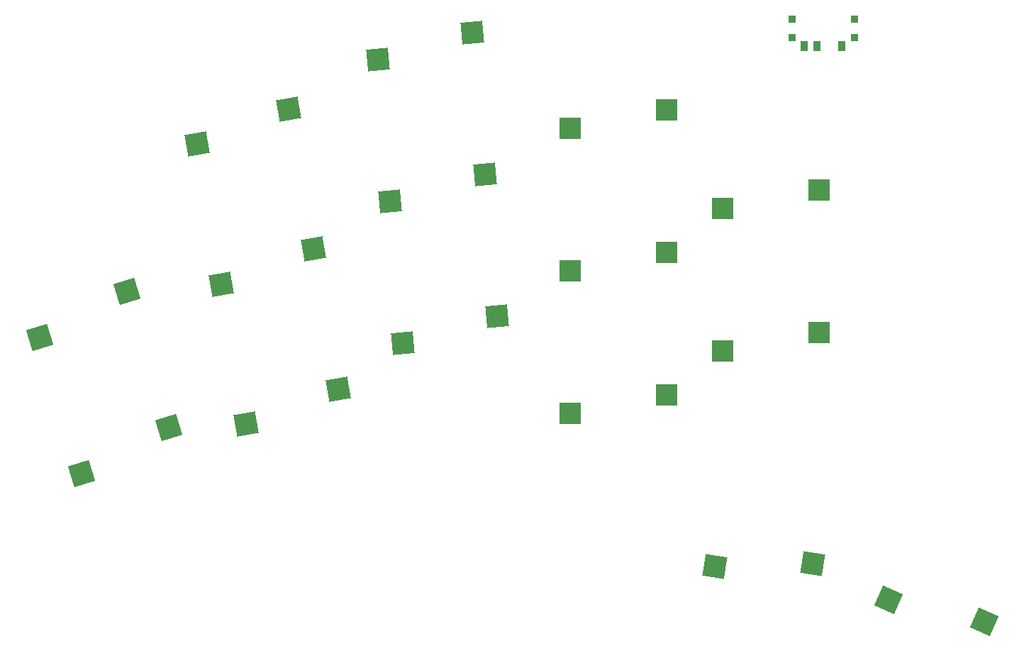
<source format=gtp>
%TF.GenerationSoftware,KiCad,Pcbnew,(6.0.4)*%
%TF.CreationDate,2022-07-31T18:16:21+02:00*%
%TF.ProjectId,battoota,62617474-6f6f-4746-912e-6b696361645f,v1.0.0*%
%TF.SameCoordinates,Original*%
%TF.FileFunction,Paste,Top*%
%TF.FilePolarity,Positive*%
%FSLAX46Y46*%
G04 Gerber Fmt 4.6, Leading zero omitted, Abs format (unit mm)*
G04 Created by KiCad (PCBNEW (6.0.4)) date 2022-07-31 18:16:21*
%MOMM*%
%LPD*%
G01*
G04 APERTURE LIST*
G04 Aperture macros list*
%AMRotRect*
0 Rectangle, with rotation*
0 The origin of the aperture is its center*
0 $1 length*
0 $2 width*
0 $3 Rotation angle, in degrees counterclockwise*
0 Add horizontal line*
21,1,$1,$2,0,0,$3*%
G04 Aperture macros list end*
%ADD10RotRect,2.600000X2.600000X10.000000*%
%ADD11RotRect,2.600000X2.600000X5.000000*%
%ADD12R,2.600000X2.600000*%
%ADD13R,0.900000X0.900000*%
%ADD14R,0.900000X1.250000*%
%ADD15RotRect,2.600000X2.600000X336.000000*%
%ADD16RotRect,2.600000X2.600000X17.000000*%
%ADD17RotRect,2.600000X2.600000X351.000000*%
G04 APERTURE END LIST*
D10*
%TO.C,S11*%
X73579148Y111173370D03*
X62586644Y107001157D03*
%TD*%
D11*
%TO.C,S15*%
X96965603Y103326959D03*
X85651297Y100128683D03*
%TD*%
D12*
%TO.C,S21*%
X118699790Y94027253D03*
X107149790Y91827254D03*
%TD*%
D13*
%TO.C,T1*%
X141068406Y119651838D03*
X133668406Y121851838D03*
X141068406Y121851838D03*
X133668406Y119651838D03*
D14*
X139618406Y118676838D03*
X136618406Y118676838D03*
X135118406Y118676838D03*
%TD*%
D12*
%TO.C,S29*%
X136874494Y101494490D03*
X125324494Y99294491D03*
%TD*%
D15*
%TO.C,S33*%
X156625944Y49890576D03*
X145179674Y52578586D03*
%TD*%
D10*
%TO.C,S7*%
X79483186Y77689906D03*
X68490682Y73517693D03*
%TD*%
D16*
%TO.C,S5*%
X54234545Y89377492D03*
X43832442Y83896730D03*
%TD*%
D12*
%TO.C,S27*%
X136874494Y84494490D03*
X125324494Y82294491D03*
%TD*%
D10*
%TO.C,S9*%
X76531167Y94431638D03*
X65538663Y90259425D03*
%TD*%
D11*
%TO.C,S13*%
X98447251Y86391649D03*
X87132945Y83193373D03*
%TD*%
%TO.C,S17*%
X95483956Y120262269D03*
X84169650Y117063993D03*
%TD*%
D17*
%TO.C,S31*%
X136140791Y56850221D03*
X124388835Y56484126D03*
%TD*%
D16*
%TO.C,S3*%
X59204864Y73120311D03*
X48802761Y67639549D03*
%TD*%
D12*
%TO.C,S23*%
X118699790Y111027253D03*
X107149790Y108827254D03*
%TD*%
%TO.C,S19*%
X118699790Y77027253D03*
X107149790Y74827254D03*
%TD*%
M02*

</source>
